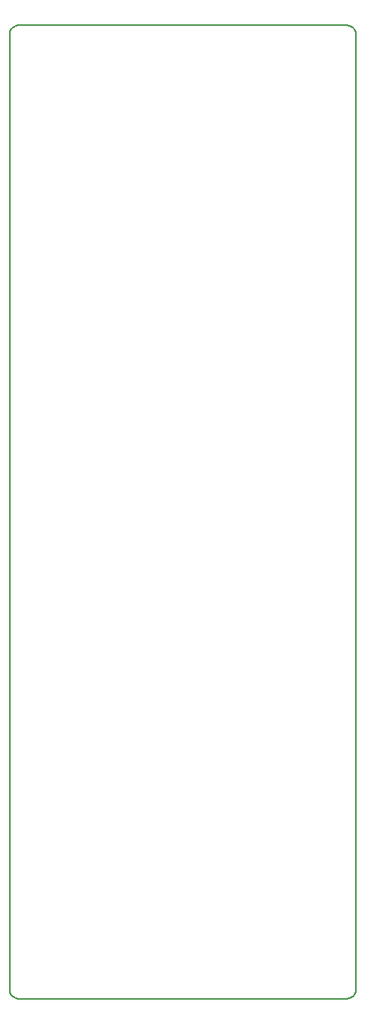
<source format=gbr>
%TF.GenerationSoftware,KiCad,Pcbnew,(5.1.9)-1*%
%TF.CreationDate,2021-08-15T07:19:13+01:00*%
%TF.ProjectId,8x8_Kick_Drum,3878385f-4b69-4636-9b5f-4472756d2e6b,rev?*%
%TF.SameCoordinates,Original*%
%TF.FileFunction,Profile,NP*%
%FSLAX46Y46*%
G04 Gerber Fmt 4.6, Leading zero omitted, Abs format (unit mm)*
G04 Created by KiCad (PCBNEW (5.1.9)-1) date 2021-08-15 07:19:13*
%MOMM*%
%LPD*%
G01*
G04 APERTURE LIST*
%TA.AperFunction,Profile*%
%ADD10C,0.200000*%
%TD*%
G04 APERTURE END LIST*
D10*
X127122181Y-171346819D02*
X127222082Y-171588000D01*
X127381000Y-171795107D02*
X127588107Y-171954025D01*
X127222082Y-171588000D02*
X127381000Y-171795107D01*
X127088107Y-171088000D02*
X127122181Y-171346819D01*
X127588107Y-171954025D02*
X127829288Y-172053926D01*
X128088107Y-63588000D02*
X127829288Y-63622000D01*
X165728107Y-64588000D02*
X165694007Y-64329000D01*
X165694007Y-171346819D02*
X165728107Y-171088000D01*
X165435207Y-171795107D02*
X165594107Y-171588000D01*
X165228107Y-171954025D02*
X165435207Y-171795107D01*
X164986907Y-172053926D02*
X165228107Y-171954025D01*
X164728107Y-63588000D02*
X128088107Y-63588000D01*
X165594107Y-171588000D02*
X165694007Y-171346819D01*
X164986907Y-63622000D02*
X164728107Y-63588000D01*
X165728107Y-171088000D02*
X165728107Y-64588000D01*
X127588107Y-63722000D02*
X127381000Y-63881000D01*
X127829288Y-172053926D02*
X128088107Y-172088000D01*
X165594107Y-64088000D02*
X165435207Y-63881000D01*
X164728107Y-172088000D02*
X164986907Y-172053926D01*
X165228107Y-63722000D02*
X164986907Y-63622000D01*
X127122181Y-64329000D02*
X127088107Y-64588000D01*
X128088107Y-172088000D02*
X164728107Y-172088000D01*
X127222082Y-64088000D02*
X127122181Y-64329000D01*
X165694007Y-64329000D02*
X165594107Y-64088000D01*
X127829288Y-63622000D02*
X127588107Y-63722000D01*
X165435207Y-63881000D02*
X165228107Y-63722000D01*
X127088107Y-64588000D02*
X127088107Y-171088000D01*
X127381000Y-63881000D02*
X127222082Y-64088000D01*
M02*

</source>
